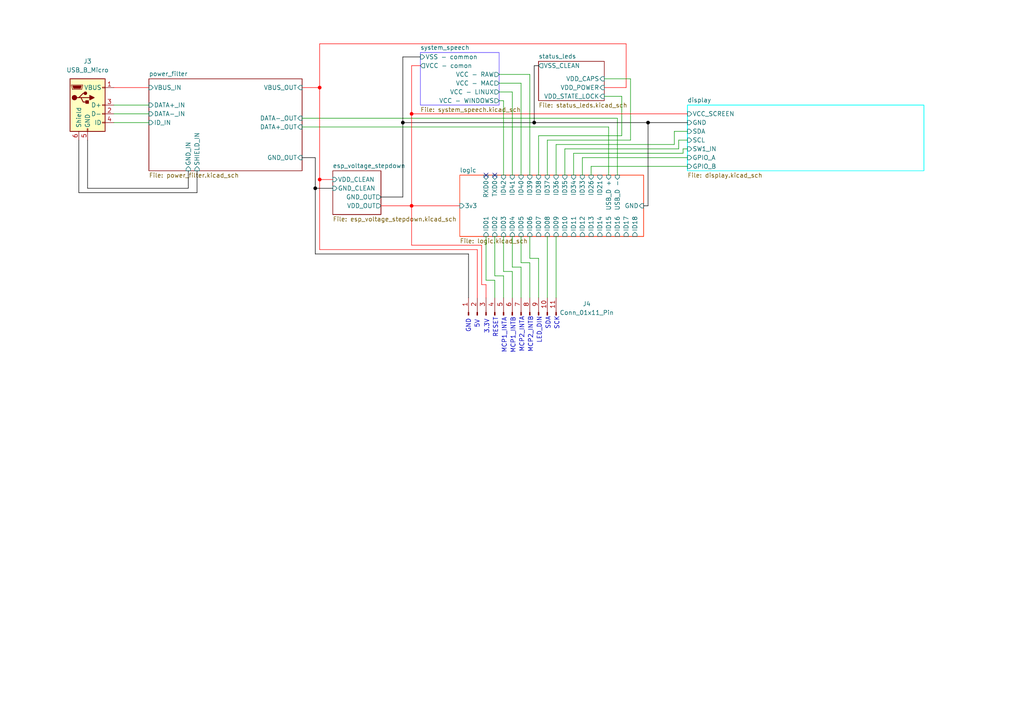
<source format=kicad_sch>
(kicad_sch (version 20250114) (generator "eeschema") (generator_version "9.0")
  (paper "A4")
  (title_block (title "Driver logic") (date "2026-02-10") (rev "1 - do not edit connector pin layout.") (company "Henry's Software House") (comment 1 "The logic required to drive the keyboard.") (comment 2 "Logic based on an ESP32-S2-wroover"))
  (lib_symbols
    (symbol "Connector:Conn_01x11_Pin" (pin_names (offset 1.016) (hide yes))
      (property "Reference" "J" (at 0 15.24 0))
      (property "Value" "Conn_01x11_Pin" (at 0 -15.24 0))
      (symbol "Conn_01x11_Pin_1_1"
        (rectangle (start 0.8636 12.827) (end 0 12.573) (stroke (width 0.1524)) (fill (type outline)))
        (rectangle (start 0.8636 10.287) (end 0 10.033) (stroke (width 0.1524)) (fill (type outline)))
        (rectangle (start 0.8636 7.747) (end 0 7.493) (stroke (width 0.1524)) (fill (type outline)))
        (rectangle (start 0.8636 5.207) (end 0 4.953) (stroke (width 0.1524)) (fill (type outline)))
        (rectangle (start 0.8636 2.667) (end 0 2.413) (stroke (width 0.1524)) (fill (type outline)))
        (rectangle (start 0.8636 0.127) (end 0 -0.127) (stroke (width 0.1524)) (fill (type outline)))
        (rectangle (start 0.8636 -2.413) (end 0 -2.667) (stroke (width 0.1524)) (fill (type outline)))
        (rectangle (start 0.8636 -4.953) (end 0 -5.207) (stroke (width 0.1524)) (fill (type outline)))
        (rectangle (start 0.8636 -7.493) (end 0 -7.747) (stroke (width 0.1524)) (fill (type outline)))
        (rectangle (start 0.8636 -10.033) (end 0 -10.287) (stroke (width 0.1524)) (fill (type outline)))
        (rectangle (start 0.8636 -12.573) (end 0 -12.827) (stroke (width 0.1524)) (fill (type outline)))
        (polyline (pts (xy 1.27 12.7) (xy 0.8636 12.7)) (stroke (width 0.1524)))
        (polyline (pts (xy 1.27 10.16) (xy 0.8636 10.16)) (stroke (width 0.1524)))
        (polyline (pts (xy 1.27 7.62) (xy 0.8636 7.62)) (stroke (width 0.1524)))
        (polyline (pts (xy 1.27 5.08) (xy 0.8636 5.08)) (stroke (width 0.1524)))
        (polyline (pts (xy 1.27 2.54) (xy 0.8636 2.54)) (stroke (width 0.1524)))
        (polyline (pts (xy 1.27 0) (xy 0.8636 0)) (stroke (width 0.1524)))
        (polyline (pts (xy 1.27 -2.54) (xy 0.8636 -2.54)) (stroke (width 0.1524)))
        (polyline (pts (xy 1.27 -5.08) (xy 0.8636 -5.08)) (stroke (width 0.1524)))
        (polyline (pts (xy 1.27 -7.62) (xy 0.8636 -7.62)) (stroke (width 0.1524)))
        (polyline (pts (xy 1.27 -10.16) (xy 0.8636 -10.16)) (stroke (width 0.1524)))
        (polyline (pts (xy 1.27 -12.7) (xy 0.8636 -12.7)) (stroke (width 0.1524)))
        (pin passive line (at 5.08 12.7 180) (length 3.81) (name "Pin_1") (number "1"))
        (pin passive line (at 5.08 10.16 180) (length 3.81) (name "Pin_2") (number "2"))
        (pin passive line (at 5.08 7.62 180) (length 3.81) (name "Pin_3") (number "3"))
        (pin passive line (at 5.08 5.08 180) (length 3.81) (name "Pin_4") (number "4"))
        (pin passive line (at 5.08 2.54 180) (length 3.81) (name "Pin_5") (number "5"))
        (pin passive line (at 5.08 0 180) (length 3.81) (name "Pin_6") (number "6"))
        (pin passive line (at 5.08 -2.54 180) (length 3.81) (name "Pin_7") (number "7"))
        (pin passive line (at 5.08 -5.08 180) (length 3.81) (name "Pin_8") (number "8"))
        (pin passive line (at 5.08 -7.62 180) (length 3.81) (name "Pin_9") (number "9"))
        (pin passive line (at 5.08 -10.16 180) (length 3.81) (name "Pin_10") (number "10"))
        (pin passive line (at 5.08 -12.7 180) (length 3.81) (name "Pin_11") (number "11"))
      )
    )
    (symbol "Connector:USB_B_Micro" (pin_names (offset 1.016))
      (property "Reference" "J" (at -5.08 11.43 0))
      (property "Value" "USB_B_Micro" (at -5.08 8.89 0))
      (symbol "USB_B_Micro_0_1"
        (rectangle (start -5.08 -7.62) (end 5.08 7.62) (stroke (width 0.254)) (fill (type background)))
        (polyline (pts (xy -4.699 5.842) (xy -4.699 5.588) (xy -4.445 4.826) (xy -4.445 4.572) (xy -1.651 4.572) (xy -1.651 4.826) (xy -1.397 5.588) (xy -1.397 5.842) (xy -4.699 5.842)))
        (polyline (pts (xy -4.318 5.588) (xy -1.778 5.588) (xy -2.032 4.826) (xy -4.064 4.826) (xy -4.318 5.588)) (fill (type outline)))
        (circle (center -3.81 2.159) (radius 0.635) (stroke (width 0.254)) (fill (type outline)))
        (polyline (pts (xy -3.175 2.159) (xy -2.54 2.159) (xy -1.27 3.429) (xy -0.635 3.429)) (stroke (width 0.254)))
        (polyline (pts (xy -2.54 2.159) (xy -1.905 2.159) (xy -1.27 0.889) (xy 0 0.889)) (stroke (width 0.254)))
        (polyline (pts (xy -1.905 2.159) (xy 0.635 2.159)) (stroke (width 0.254)))
        (circle (center -0.635 3.429) (radius 0.381) (stroke (width 0.254)) (fill (type outline)))
        (rectangle (start -0.127 -7.62) (end 0.127 -6.858))
        (rectangle (start 0.254 1.27) (end -0.508 0.508) (stroke (width 0.254)) (fill (type outline)))
        (polyline (pts (xy 0.635 2.794) (xy 0.635 1.524) (xy 1.905 2.159) (xy 0.635 2.794)) (stroke (width 0.254)) (fill (type outline)))
        (rectangle (start 5.08 4.953) (end 4.318 5.207))
        (rectangle (start 5.08 -0.127) (end 4.318 0.127))
        (rectangle (start 5.08 -2.667) (end 4.318 -2.413))
        (rectangle (start 5.08 -5.207) (end 4.318 -4.953))
      )
      (symbol "USB_B_Micro_1_1"
        (pin passive line (at -2.54 -10.16 90) (length 2.54) (name "Shield") (number "6"))
        (pin power_out line (at 0 -10.16 90) (length 2.54) (name "GND") (number "5"))
        (pin power_out line (at 7.62 5.08 180) (length 2.54) (name "VBUS") (number "1"))
        (pin bidirectional line (at 7.62 0 180) (length 2.54) (name "D+") (number "3"))
        (pin bidirectional line (at 7.62 -2.54 180) (length 2.54) (name "D-") (number "2"))
        (pin passive line (at 7.62 -5.08 180) (length 2.54) (name "ID") (number "4"))
      )
    )
  )
  (text "SCK" (at 161.544 93.726 90) (effects (font (size 1.27 1.27))))
  (text "SDA" (at 159.004 93.726 90) (effects (font (size 1.27 1.27))))
  (text "LED_DIN" (at 156.464 95.758 90) (effects (font (size 1.27 1.27))))
  (text "MCP1_INTB" (at 148.844 97.282 90) (effects (font (size 1.27 1.27))))
  (text "GND" (at 135.89 94.488 90) (effects (font (size 1.27 1.27))))
  (text "RESET" (at 143.764 94.996 90) (effects (font (size 1.27 1.27))))
  (text "MCP1_INTA" (at 146.304 97.282 90) (effects (font (size 1.27 1.27))))
  (text "MCP2_INTA" (at 151.384 97.028 90) (effects (font (size 1.27 1.27))))
  (text "3.3V" (at 141.224 94.742 90) (effects (font (size 1.27 1.27))))
  (text "MCP2_INTB" (at 153.924 97.028 90) (effects (font (size 1.27 1.27))))
  (text "5V" (at 138.43 93.98 90) (effects (font (size 1.27 1.27))))
  (junction (at 119.38 59.69) (color 255 0 0 1))
  (junction (at 91.44 54.61) (color 0 0 0 1))
  (junction (at 187.96 35.56) (color 0 0 0 1))
  (junction (at 116.84 35.56) (color 0 0 0 1))
  (junction (at 119.38 33.02) (color 255 0 0 1))
  (junction (at 92.71 52.07) (color 255 0 0 1))
  (junction (at 154.94 35.56) (color 0 0 0 1))
  (junction (at 92.71 25.4) (color 255 0 0 1))
  (no_connect (at 143.51 50.8))
  (no_connect (at 140.97 50.8))
  (wire (pts (xy 143.51 81.28) (xy 143.51 86.36)))
  (wire (pts (xy 198.12 43.18) (xy 198.12 44.45)))
  (wire (pts (xy 171.45 48.26) (xy 199.39 48.26)))
  (wire (pts (xy 166.37 44.45) (xy 198.12 44.45)))
  (wire (pts (xy 151.13 76.2) (xy 153.67 76.2)))
  (wire (pts (xy 92.71 25.4) (xy 92.71 52.07)) (stroke (width 0) (color 255 0 0 1)))
  (wire (pts (xy 154.94 35.56) (xy 187.96 35.56)) (stroke (width 0) (color 0 0 0 1)))
  (wire (pts (xy 140.97 81.28) (xy 143.51 81.28)))
  (wire (pts (xy 140.97 68.58) (xy 140.97 81.28)))
  (wire (pts (xy 33.02 25.4) (xy 43.18 25.4)) (stroke (width 0) (color 255 0 0 1)))
  (wire (pts (xy 181.61 25.4) (xy 181.61 12.7)) (stroke (width 0) (color 255 0 0 1)))
  (wire (pts (xy 187.96 35.56) (xy 199.39 35.56)) (stroke (width 0) (color 0 0 0 1)))
  (wire (pts (xy 187.96 35.56) (xy 187.96 59.69)) (stroke (width 0) (color 0 0 0 1)))
  (wire (pts (xy 87.63 34.29) (xy 179.07 34.29)))
  (wire (pts (xy 110.49 57.15) (xy 116.84 57.15)) (stroke (width 0) (color 0 0 0 1)))
  (wire (pts (xy 92.71 52.07) (xy 92.71 72.39)) (stroke (width 0) (color 255 0 0 1)))
  (wire (pts (xy 119.38 33.02) (xy 199.39 33.02)) (stroke (width 0) (color 255 0 0 1)))
  (wire (pts (xy 33.02 30.48) (xy 43.18 30.48)))
  (wire (pts (xy 156.21 74.93) (xy 156.21 86.36)))
  (wire (pts (xy 33.02 35.56) (xy 43.18 35.56)))
  (wire (pts (xy 116.84 35.56) (xy 116.84 57.15)) (stroke (width 0) (color 0 0 0 1)))
  (wire (pts (xy 186.69 59.69) (xy 187.96 59.69)) (stroke (width 0) (color 0 0 0 1)))
  (wire (pts (xy 33.02 33.02) (xy 43.18 33.02)))
  (wire (pts (xy 138.43 72.39) (xy 138.43 86.36)) (stroke (width 0) (color 255 0 0 1)))
  (wire (pts (xy 144.78 29.21) (xy 146.05 29.21)))
  (wire (pts (xy 176.53 36.83) (xy 176.53 50.8)))
  (wire (pts (xy 25.4 40.64) (xy 25.4 54.61)) (stroke (width 0) (color 0 0 0 1)))
  (wire (pts (xy 166.37 50.8) (xy 166.37 44.45)))
  (wire (pts (xy 119.38 59.69) (xy 133.35 59.69)) (stroke (width 0) (color 255 0 0 1)))
  (wire (pts (xy 156.21 19.05) (xy 154.94 19.05)) (stroke (width 0) (color 0 0 0 1)))
  (wire (pts (xy 54.61 49.53) (xy 54.61 54.61)) (stroke (width 0) (color 0 0 0 1)))
  (wire (pts (xy 92.71 12.7) (xy 92.71 25.4)) (stroke (width 0) (color 255 0 0 1)))
  (wire (pts (xy 91.44 54.61) (xy 91.44 73.66)) (stroke (width 0) (color 0 0 0 1)))
  (wire (pts (xy 144.78 26.67) (xy 148.59 26.67)))
  (wire (pts (xy 175.26 25.4) (xy 181.61 25.4)) (stroke (width 0) (color 255 0 0 1)))
  (wire (pts (xy 146.05 50.8) (xy 146.05 29.21)))
  (wire (pts (xy 135.89 73.66) (xy 135.89 86.36)) (stroke (width 0) (color 0 0 0 1)))
  (wire (pts (xy 153.67 74.93) (xy 153.67 68.58)))
  (wire (pts (xy 199.39 38.1) (xy 195.58 38.1)))
  (wire (pts (xy 168.91 45.72) (xy 199.39 45.72)))
  (wire (pts (xy 119.38 33.02) (xy 119.38 59.69)) (stroke (width 0) (color 255 0 0 1)))
  (wire (pts (xy 146.05 80.01) (xy 146.05 86.36)))
  (wire (pts (xy 119.38 19.05) (xy 119.38 33.02)) (stroke (width 0) (color 255 0 0 1)))
  (wire (pts (xy 139.7 71.12) (xy 139.7 82.55)) (stroke (width 0) (color 255 0 0 1)))
  (wire (pts (xy 148.59 77.47) (xy 151.13 77.47)))
  (wire (pts (xy 195.58 38.1) (xy 195.58 41.91)))
  (wire (pts (xy 119.38 59.69) (xy 119.38 71.12)) (stroke (width 0) (color 255 0 0 1)))
  (wire (pts (xy 158.75 68.58) (xy 158.75 86.36)))
  (wire (pts (xy 143.51 68.58) (xy 143.51 80.01)))
  (wire (pts (xy 116.84 35.56) (xy 154.94 35.56)) (stroke (width 0) (color 0 0 0 1)))
  (wire (pts (xy 148.59 26.67) (xy 148.59 50.8)))
  (wire (pts (xy 161.29 41.91) (xy 195.58 41.91)))
  (wire (pts (xy 144.78 21.59) (xy 153.67 21.59)))
  (wire (pts (xy 144.78 24.13) (xy 151.13 24.13)))
  (wire (pts (xy 151.13 77.47) (xy 151.13 86.36)))
  (wire (pts (xy 182.88 40.64) (xy 158.75 40.64)))
  (wire (pts (xy 91.44 45.72) (xy 91.44 54.61)) (stroke (width 0) (color 0 0 0 1)))
  (wire (pts (xy 175.26 22.86) (xy 182.88 22.86)))
  (wire (pts (xy 146.05 78.74) (xy 148.59 78.74)))
  (wire (pts (xy 151.13 68.58) (xy 151.13 76.2)))
  (wire (pts (xy 146.05 68.58) (xy 146.05 78.74)))
  (wire (pts (xy 158.75 40.64) (xy 158.75 50.8)))
  (wire (pts (xy 153.67 74.93) (xy 156.21 74.93)))
  (wire (pts (xy 87.63 25.4) (xy 92.71 25.4)) (stroke (width 0) (color 255 0 0 1)))
  (wire (pts (xy 121.92 19.05) (xy 119.38 19.05)) (stroke (width 0) (color 255 0 0 1)))
  (wire (pts (xy 87.63 36.83) (xy 176.53 36.83)))
  (wire (pts (xy 199.39 40.64) (xy 196.85 40.64)))
  (wire (pts (xy 92.71 52.07) (xy 96.52 52.07)) (stroke (width 0) (color 255 0 0 1)))
  (wire (pts (xy 119.38 71.12) (xy 139.7 71.12)) (stroke (width 0) (color 255 0 0 1)))
  (wire (pts (xy 148.59 78.74) (xy 148.59 86.36)))
  (wire (pts (xy 153.67 21.59) (xy 153.67 50.8)))
  (wire (pts (xy 163.83 43.18) (xy 196.85 43.18)))
  (wire (pts (xy 116.84 16.51) (xy 116.84 35.56)) (stroke (width 0) (color 0 0 0 1)))
  (wire (pts (xy 25.4 54.61) (xy 54.61 54.61)) (stroke (width 0) (color 0 0 0 1)))
  (wire (pts (xy 151.13 24.13) (xy 151.13 50.8)))
  (wire (pts (xy 22.86 40.64) (xy 22.86 55.88)) (stroke (width 0) (color 0 0 0 1)))
  (wire (pts (xy 156.21 39.37) (xy 156.21 50.8)))
  (wire (pts (xy 161.29 41.91) (xy 161.29 50.8)))
  (wire (pts (xy 91.44 54.61) (xy 96.52 54.61)) (stroke (width 0) (color 0 0 0 1)))
  (wire (pts (xy 175.26 27.94) (xy 180.34 27.94)))
  (wire (pts (xy 139.7 82.55) (xy 140.97 82.55)) (stroke (width 0) (color 255 0 0 1)))
  (wire (pts (xy 148.59 68.58) (xy 148.59 77.47)))
  (wire (pts (xy 199.39 43.18) (xy 198.12 43.18)))
  (wire (pts (xy 161.29 68.58) (xy 161.29 86.36)))
  (wire (pts (xy 110.49 59.69) (xy 119.38 59.69)) (stroke (width 0) (color 255 0 0 1)))
  (wire (pts (xy 182.88 22.86) (xy 182.88 40.64)))
  (wire (pts (xy 163.83 43.18) (xy 163.83 50.8)))
  (wire (pts (xy 140.97 82.55) (xy 140.97 86.36)) (stroke (width 0) (color 255 0 0 1)))
  (wire (pts (xy 179.07 34.29) (xy 179.07 50.8)))
  (wire (pts (xy 180.34 39.37) (xy 156.21 39.37)))
  (wire (pts (xy 171.45 50.8) (xy 171.45 48.26)))
  (wire (pts (xy 92.71 72.39) (xy 138.43 72.39)) (stroke (width 0) (color 255 0 0 1)))
  (wire (pts (xy 57.15 49.53) (xy 57.15 55.88)) (stroke (width 0) (color 0 0 0 1)))
  (wire (pts (xy 57.15 55.88) (xy 22.86 55.88)) (stroke (width 0) (color 0 0 0 1)))
  (wire (pts (xy 153.67 76.2) (xy 153.67 86.36)))
  (wire (pts (xy 196.85 40.64) (xy 196.85 43.18)))
  (wire (pts (xy 91.44 73.66) (xy 135.89 73.66)) (stroke (width 0) (color 0 0 0 1)))
  (wire (pts (xy 143.51 80.01) (xy 146.05 80.01)))
  (wire (pts (xy 154.94 19.05) (xy 154.94 35.56)) (stroke (width 0) (color 0 0 0 1)))
  (wire (pts (xy 180.34 27.94) (xy 180.34 39.37)))
  (wire (pts (xy 181.61 12.7) (xy 92.71 12.7)) (stroke (width 0) (color 255 0 0 1)))
  (wire (pts (xy 168.91 50.8) (xy 168.91 45.72)))
  (wire (pts (xy 116.84 16.51) (xy 121.92 16.51)) (stroke (width 0) (color 0 0 0 1)))
  (wire (pts (xy 87.63 45.72) (xy 91.44 45.72)) (stroke (width 0) (color 0 0 0 1)))
  (symbol (lib_id "Connector:Conn_01x11_Pin") (at 148.59 91.44 90) (unit 1)
    (property "Reference" "J4" (at 170.18 88.138 90))
    (property "Value" "Conn_01x11_Pin" (at 170.18 90.678 90))
    (property "Footprint" "Connector_PinHeader_2.00mm:PinHeader_1x11_P2.00mm_Horizontal" (effects (hide yes)))
    (property "Description" "Generic connector, single row, 01x11, script generated" (effects (hide yes)))
  )
  (symbol (lib_id "Connector:USB_B_Micro") (at 25.4 30.48 0) (unit 1)
    (property "Reference" "J3" (at 25.4 17.78 0))
    (property "Value" "USB_B_Micro" (at 25.4 20.32 0))
    (property "Footprint" "Connector_USB:USB_Micro-B_XKB_U254-051T-4BH83-F1S" (effects (hide yes)))
    (property "Description" "USB Micro Type B connector" (effects (hide yes)))
  )
  (sheet (at 121.92 15.24) (size 22.86 15.24) (stroke (width 0.1524) (color 123 104 255 1))
    (property "Sheetname" "system_speech" (at 121.92 14.5284 0) (effects (justify left bottom)))
    (property "Sheetfile" "system_speech.kicad_sch" (at 121.92 31.0646 0) (effects (justify left top)))
    (pin "VCC - comon" output (at 121.92 19.05 180))
    (pin "VCC - LINUX" output (at 144.78 26.67 0))
    (pin "VCC - MAC" output (at 144.78 24.13 0))
    (pin "VCC - RAW" output (at 144.78 21.59 0))
    (pin "VCC - WINDOWS" output (at 144.78 29.21 0))
    (pin "VSS - common" input (at 121.92 16.51 180))
  )
  (sheet (at 156.21 17.78) (size 19.05 11.43) (stroke (width 0.1524))
    (property "Sheetname" "status_leds" (at 156.21 17.0684 0) (effects (justify left bottom)))
    (property "Sheetfile" "status_leds.kicad_sch" (at 156.21 29.7946 0) (effects (justify left top)))
    (pin "VDD_CAPS" input (at 175.26 22.86 0))
    (pin "VDD_POWER" input (at 175.26 25.4 0))
    (pin "VDD_STATE_LOCK" input (at 175.26 27.94 0))
    (pin "VSS_CLEAN" output (at 156.21 19.05 180))
  )
  (sheet (at 199.39 30.48) (size 68.58 19.05) (stroke (width 0.1524) (color 0 255 252 1))
    (property "Sheetname" "display" (at 199.39 29.7684 0) (effects (justify left bottom)))
    (property "Sheetfile" "display.kicad_sch" (at 199.39 50.1146 0) (effects (justify left top)))
    (pin "GND" input (at 199.39 35.56 180))
    (pin "SCL" input (at 199.39 40.64 180))
    (pin "SDA" input (at 199.39 38.1 180))
    (pin "SW1_IN" input (at 199.39 43.18 180))
    (pin "VCC_SCREEN" input (at 199.39 33.02 180))
    (pin "GPIO_A" input (at 199.39 45.72 180))
    (pin "GPIO_B" input (at 199.39 48.26 180))
  )
  (sheet (at 133.35 50.8) (size 53.34 17.78) (stroke (width 0.1524) (color 255 42 0 1))
    (property "Sheetname" "logic" (at 133.35 50.0884 0) (effects (justify left bottom)))
    (property "Sheetfile" "logic.kicad_sch" (at 133.35 69.1646 0) (effects (justify left top)))
    (pin "3v3" input (at 133.35 59.69 180))
    (pin "GND" input (at 186.69 59.69 0))
    (pin "ID01" input (at 140.97 68.58 270))
    (pin "ID02" input (at 143.51 68.58 270))
    (pin "ID03" input (at 146.05 68.58 270))
    (pin "ID04" input (at 148.59 68.58 270))
    (pin "ID05" input (at 151.13 68.58 270))
    (pin "ID06" input (at 153.67 68.58 270))
    (pin "ID07" input (at 156.21 68.58 270))
    (pin "ID08" input (at 158.75 68.58 270))
    (pin "ID09" input (at 161.29 68.58 270))
    (pin "ID10" input (at 163.83 68.58 270))
    (pin "ID11" input (at 166.37 68.58 270))
    (pin "ID12" input (at 168.91 68.58 270))
    (pin "ID13" input (at 171.45 68.58 270))
    (pin "ID14" input (at 173.99 68.58 270))
    (pin "ID15" input (at 176.53 68.58 270))
    (pin "ID16" input (at 179.07 68.58 270))
    (pin "ID17" input (at 181.61 68.58 270))
    (pin "ID18" input (at 184.15 68.58 270))
    (pin "ID21" input (at 173.99 50.8 90))
    (pin "ID26" input (at 171.45 50.8 90))
    (pin "ID33" input (at 168.91 50.8 90))
    (pin "ID34" input (at 166.37 50.8 90))
    (pin "ID35" input (at 163.83 50.8 90))
    (pin "ID36" input (at 161.29 50.8 90))
    (pin "ID37" input (at 158.75 50.8 90))
    (pin "ID38" input (at 156.21 50.8 90))
    (pin "ID39" input (at 153.67 50.8 90))
    (pin "ID40" input (at 151.13 50.8 90))
    (pin "ID41" input (at 148.59 50.8 90))
    (pin "ID42" input (at 146.05 50.8 90))
    (pin "RXD0" input (at 140.97 50.8 90))
    (pin "TXD0" input (at 143.51 50.8 90))
    (pin "USB_D +" input (at 176.53 50.8 90))
    (pin "USB_D -" input (at 179.07 50.8 90))
  )
  (sheet (at 43.18 22.86) (size 44.45 26.67) (stroke (width 0.1524))
    (property "Sheetname" "power_filter" (at 43.18 22.1484 0) (effects (justify left bottom)))
    (property "Sheetfile" "power_filter.kicad_sch" (at 43.18 50.1146 0) (effects (justify left top)))
    (pin "DATA+_IN" input (at 43.18 30.48 180))
    (pin "DATA-_IN" input (at 43.18 33.02 180))
    (pin "GND_IN" input (at 54.61 49.53 270))
    (pin "SHIELD_IN" input (at 57.15 49.53 270))
    (pin "VBUS_IN" input (at 43.18 25.4 180))
    (pin "DATA+_OUT" input (at 87.63 36.83 0))
    (pin "DATA-_OUT" input (at 87.63 34.29 0))
    (pin "GND_OUT" input (at 87.63 45.72 0))
    (pin "VBUS_OUT" input (at 87.63 25.4 0))
    (pin "ID_IN" input (at 43.18 35.56 180))
  )
  (sheet (at 96.52 49.53) (size 13.97 12.7) (stroke (width 0.1524))
    (property "Sheetname" "esp_voltage_stepdown" (at 96.52 48.8184 0) (effects (justify left bottom)))
    (property "Sheetfile" "esp_voltage_stepdown.kicad_sch" (at 96.52 62.8146 0) (effects (justify left top)))
    (pin "GND_CLEAN" input (at 96.52 54.61 180))
    (pin "GND_OUT" output (at 110.49 57.15 0))
    (pin "VDD_CLEAN" input (at 96.52 52.07 180))
    (pin "VDD_OUT" output (at 110.49 59.69 0))
  )
)
</source>
